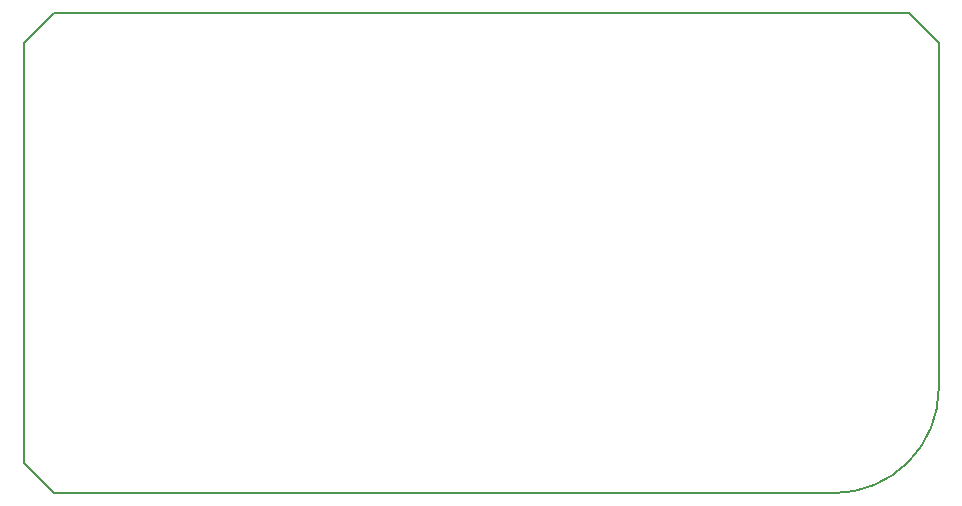
<source format=gbr>
G04 #@! TF.GenerationSoftware,KiCad,Pcbnew,(5.1.5-0-10_14)*
G04 #@! TF.CreationDate,2020-04-22T10:58:21+01:00*
G04 #@! TF.ProjectId,macro1,6d616372-6f31-42e6-9b69-6361645f7063,0.1*
G04 #@! TF.SameCoordinates,Original*
G04 #@! TF.FileFunction,Profile,NP*
%FSLAX46Y46*%
G04 Gerber Fmt 4.6, Leading zero omitted, Abs format (unit mm)*
G04 Created by KiCad (PCBNEW (5.1.5-0-10_14)) date 2020-04-22 10:58:21*
%MOMM*%
%LPD*%
G04 APERTURE LIST*
%ADD10C,0.150000*%
G04 APERTURE END LIST*
D10*
X105410000Y-90170000D02*
G75*
G02X96520000Y-99060000I-8890000J0D01*
G01*
X30480000Y-99060000D02*
X27940000Y-96520000D01*
X102870000Y-58420000D02*
X105410000Y-60960000D01*
X30480000Y-58420000D02*
X27940000Y-60960000D01*
X96520000Y-99060000D02*
X30480000Y-99060000D01*
X27940000Y-96520000D02*
X27940000Y-60960000D01*
X102870000Y-58420000D02*
X30480000Y-58420000D01*
X105410000Y-60960000D02*
X105410000Y-90170000D01*
M02*

</source>
